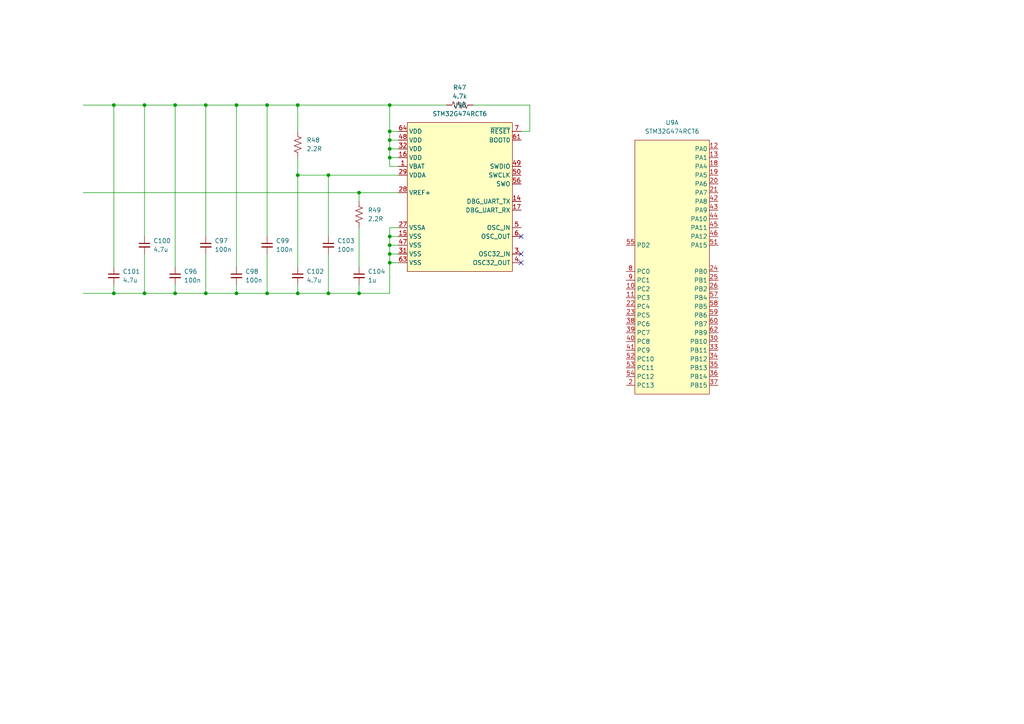
<source format=kicad_sch>
(kicad_sch (version 20230121) (generator eeschema)
  (paper "A4")
  (lib_symbols
    (symbol "Custom-Capacitor:CL10B104KB8NNWC" (pin_numbers hide) (pin_names (offset 0.254) hide)
      (property "Reference" "C" (at 0.254 1.778 0))
      (property "Value" "100n" (at 0.254 -2.032 0))
      (symbol "CL10B104KB8NNWC_0_1"
        (polyline (pts (xy -1.524 -0.508) (xy 1.524 -0.508)) (stroke (width 0.3302)))
        (polyline (pts (xy -1.524 0.508) (xy 1.524 0.508)) (stroke (width 0.3048)))
      )
      (symbol "CL10B104KB8NNWC_1_1"
        (pin passive line (at 0 2.54 270) (length 2.032) (name "~") (number "1"))
        (pin passive line (at 0 -2.54 90) (length 2.032) (name "~") (number "2"))
      )
    )
    (symbol "Custom-Capacitor:CL21A475KLCLQNC" (pin_numbers hide) (pin_names (offset 0.254) hide)
      (property "Reference" "C" (at 0.254 1.778 0))
      (property "Value" "4.7u" (at 0.254 -2.032 0))
      (symbol "CL21A475KLCLQNC_0_1"
        (polyline (pts (xy -1.524 -0.508) (xy 1.524 -0.508)) (stroke (width 0.3302)))
        (polyline (pts (xy -1.524 0.508) (xy 1.524 0.508)) (stroke (width 0.3048)))
      )
      (symbol "CL21A475KLCLQNC_1_1"
        (pin passive line (at 0 2.54 270) (length 2.032) (name "~") (number "1"))
        (pin passive line (at 0 -2.54 90) (length 2.032) (name "~") (number "2"))
      )
    )
    (symbol "Custom-Capacitor:CL21B105KBFNNNG" (pin_numbers hide) (pin_names (offset 0.254) hide)
      (property "Reference" "C" (at 0.254 1.778 0))
      (property "Value" "1u" (at 0.254 -2.032 0))
      (symbol "CL21B105KBFNNNG_0_1"
        (polyline (pts (xy -1.524 -0.508) (xy 1.524 -0.508)) (stroke (width 0.3302)))
        (polyline (pts (xy -1.524 0.508) (xy 1.524 0.508)) (stroke (width 0.3048)))
      )
      (symbol "CL21B105KBFNNNG_1_1"
        (pin passive line (at 0 2.54 270) (length 2.032) (name "~") (number "1"))
        (pin passive line (at 0 -2.54 90) (length 2.032) (name "~") (number "2"))
      )
    )
    (symbol "Custom-Processor:STM32G474RCT6"
      (property "Reference" "U" (at -15.24 22.86 0))
      (property "Value" "STM32G474RCT6" (at -15.24 -22.86 0))
      (symbol "STM32G474RCT6_1_1"
        (rectangle (start -11.43 34.29) (end 10.16 -39.37) (fill (type background)))
        (pin bidirectional line (at -13.97 -8.89 0) (length 2.54) (name "PC2") (number "10"))
        (pin bidirectional line (at -13.97 -11.43 0) (length 2.54) (name "PC3") (number "11"))
        (pin bidirectional line (at 12.7 31.75 180) (length 2.54) (name "PA0") (number "12"))
        (pin bidirectional line (at 12.7 29.21 180) (length 2.54) (name "PA1") (number "13"))
        (pin bidirectional line (at 12.7 26.67 180) (length 2.54) (name "PA4") (number "18"))
        (pin bidirectional line (at 12.7 24.13 180) (length 2.54) (name "PA5") (number "19"))
        (pin bidirectional line (at -13.97 -36.83 0) (length 2.54) (name "PC13") (number "2"))
        (pin bidirectional line (at 12.7 21.59 180) (length 2.54) (name "PA6") (number "20"))
        (pin bidirectional line (at 12.7 19.05 180) (length 2.54) (name "PA7") (number "21"))
        (pin bidirectional line (at -13.97 -13.97 0) (length 2.54) (name "PC4") (number "22"))
        (pin bidirectional line (at -13.97 -16.51 0) (length 2.54) (name "PC5") (number "23"))
        (pin bidirectional line (at 12.7 -3.81 180) (length 2.54) (name "PB0") (number "24"))
        (pin bidirectional line (at 12.7 -6.35 180) (length 2.54) (name "PB1") (number "25"))
        (pin bidirectional line (at 12.7 -8.89 180) (length 2.54) (name "PB2") (number "26"))
        (pin bidirectional line (at 12.7 -24.13 180) (length 2.54) (name "PB10") (number "30"))
        (pin bidirectional line (at 12.7 -26.67 180) (length 2.54) (name "PB11") (number "33"))
        (pin bidirectional line (at 12.7 -29.21 180) (length 2.54) (name "PB12") (number "34"))
        (pin bidirectional line (at 12.7 -31.75 180) (length 2.54) (name "PB13") (number "35"))
        (pin bidirectional line (at 12.7 -34.29 180) (length 2.54) (name "PB14") (number "36"))
        (pin bidirectional line (at 12.7 -36.83 180) (length 2.54) (name "PB15") (number "37"))
        (pin bidirectional line (at -13.97 -19.05 0) (length 2.54) (name "PC6") (number "38"))
        (pin bidirectional line (at -13.97 -21.59 0) (length 2.54) (name "PC7") (number "39"))
        (pin bidirectional line (at -13.97 -24.13 0) (length 2.54) (name "PC8") (number "40"))
        (pin bidirectional line (at -13.97 -26.67 0) (length 2.54) (name "PC9") (number "41"))
        (pin bidirectional line (at 12.7 16.51 180) (length 2.54) (name "PA8") (number "42"))
        (pin bidirectional line (at 12.7 13.97 180) (length 2.54) (name "PA9") (number "43"))
        (pin bidirectional line (at 12.7 11.43 180) (length 2.54) (name "PA10") (number "44"))
        (pin bidirectional line (at 12.7 8.89 180) (length 2.54) (name "PA11") (number "45"))
        (pin bidirectional line (at 12.7 6.35 180) (length 2.54) (name "PA12") (number "46"))
        (pin bidirectional line (at 12.7 3.81 180) (length 2.54) (name "PA15") (number "51"))
        (pin bidirectional line (at -13.97 -29.21 0) (length 2.54) (name "PC10") (number "52"))
        (pin bidirectional line (at -13.97 -31.75 0) (length 2.54) (name "PC11") (number "53"))
        (pin bidirectional line (at -13.97 -34.29 0) (length 2.54) (name "PC12") (number "54"))
        (pin bidirectional line (at -13.97 3.81 0) (length 2.54) (name "PD2") (number "55"))
        (pin bidirectional line (at 12.7 -11.43 180) (length 2.54) (name "PB4") (number "57"))
        (pin bidirectional line (at 12.7 -13.97 180) (length 2.54) (name "PB5") (number "58"))
        (pin bidirectional line (at 12.7 -16.51 180) (length 2.54) (name "PB6") (number "59"))
        (pin bidirectional line (at 12.7 -19.05 180) (length 2.54) (name "PB7") (number "60"))
        (pin bidirectional line (at 12.7 -21.59 180) (length 2.54) (name "PB9") (number "62"))
        (pin bidirectional line (at -13.97 -3.81 0) (length 2.54) (name "PC0") (number "8"))
        (pin bidirectional line (at -13.97 -6.35 0) (length 2.54) (name "PC1") (number "9"))
      )
      (symbol "STM32G474RCT6_2_1"
        (rectangle (start -15.24 21.59) (end 15.24 -21.59) (fill (type background)))
        (pin power_in line (at -17.78 8.89 0) (length 2.54) (name "VBAT") (number "1"))
        (pin output line (at 17.78 -1.27 180) (length 2.54) (name "DBG_UART_TX") (number "14"))
        (pin power_in line (at -17.78 -11.43 0) (length 2.54) (name "VSS") (number "15"))
        (pin power_in line (at -17.78 11.43 0) (length 2.54) (name "VDD") (number "16"))
        (pin input line (at 17.78 -3.81 180) (length 2.54) (name "DBG_UART_RX") (number "17"))
        (pin power_in line (at -17.78 -8.89 0) (length 2.54) (name "VSSA") (number "27"))
        (pin input line (at -17.78 1.27 0) (length 2.54) (name "VREF+") (number "28"))
        (pin power_in line (at -17.78 6.35 0) (length 2.54) (name "VDDA") (number "29"))
        (pin input line (at 17.78 -16.51 180) (length 2.54) (name "OSC32_IN") (number "3"))
        (pin power_in line (at -17.78 -16.51 0) (length 2.54) (name "VSS") (number "31"))
        (pin power_in line (at -17.78 13.97 0) (length 2.54) (name "VDD") (number "32"))
        (pin output line (at 17.78 -19.05 180) (length 2.54) (name "OSC32_OUT") (number "4"))
        (pin power_in line (at -17.78 -13.97 0) (length 2.54) (name "VSS") (number "47"))
        (pin power_in line (at -17.78 16.51 0) (length 2.54) (name "VDD") (number "48"))
        (pin bidirectional line (at 17.78 8.89 180) (length 2.54) (name "SWDIO") (number "49"))
        (pin input line (at 17.78 -8.89 180) (length 2.54) (name "OSC_IN") (number "5"))
        (pin input line (at 17.78 6.35 180) (length 2.54) (name "SWCLK") (number "50"))
        (pin output line (at 17.78 3.81 180) (length 2.54) (name "SWO") (number "56"))
        (pin output line (at 17.78 -11.43 180) (length 2.54) (name "OSC_OUT") (number "6"))
        (pin input line (at 17.78 16.51 180) (length 2.54) (name "BOOT0") (number "61"))
        (pin power_in line (at -17.78 -19.05 0) (length 2.54) (name "VSS") (number "63"))
        (pin power_in line (at -17.78 19.05 0) (length 2.54) (name "VDD") (number "64"))
        (pin bidirectional line (at 17.78 19.05 180) (length 2.54) (name "~{RESET}") (number "7"))
      )
    )
    (symbol "Custom-Resistor:RMCF0603FT4K70" (pin_numbers hide) (pin_names (offset 0))
      (property "Reference" "R" (at 2.54 0 90))
      (property "Value" "4.7k" (at -2.54 0 90))
      (symbol "RMCF0603FT4K70_0_1"
        (polyline (pts (xy 0 -2.286) (xy 0 -2.54)))
        (polyline (pts (xy 0 2.286) (xy 0 2.54)))
        (polyline (pts (xy 0 -0.762) (xy 1.016 -1.143) (xy 0 -1.524) (xy -1.016 -1.905) (xy 0 -2.286)))
        (polyline (pts (xy 0 0.762) (xy 1.016 0.381) (xy 0 0) (xy -1.016 -0.381) (xy 0 -0.762)))
        (polyline (pts (xy 0 2.286) (xy 1.016 1.905) (xy 0 1.524) (xy -1.016 1.143) (xy 0 0.762)))
      )
      (symbol "RMCF0603FT4K70_1_1"
        (pin passive line (at 0 3.81 270) (length 1.27) (name "~") (number "1"))
        (pin passive line (at 0 -3.81 90) (length 1.27) (name "~") (number "2"))
      )
    )
    (symbol "Custom-Resistor:RPC0805JT2R20-UP" (pin_numbers hide) (pin_names (offset 0))
      (property "Reference" "R" (at 2.54 0 90))
      (property "Value" "2.2R" (at -2.54 0 90))
      (symbol "RPC0805JT2R20-UP_0_1"
        (polyline (pts (xy 0 -2.286) (xy 0 -2.54)))
        (polyline (pts (xy 0 2.286) (xy 0 2.54)))
        (polyline (pts (xy 0 -0.762) (xy 1.016 -1.143) (xy 0 -1.524) (xy -1.016 -1.905) (xy 0 -2.286)))
        (polyline (pts (xy 0 0.762) (xy 1.016 0.381) (xy 0 0) (xy -1.016 -0.381) (xy 0 -0.762)))
        (polyline (pts (xy 0 2.286) (xy 1.016 1.905) (xy 0 1.524) (xy -1.016 1.143) (xy 0 0.762)))
      )
      (symbol "RPC0805JT2R20-UP_1_1"
        (pin passive line (at 0 3.81 270) (length 1.27) (name "~") (number "1"))
        (pin passive line (at 0 -3.81 90) (length 1.27) (name "~") (number "2"))
      )
    )
  )
  (junction (at 41.91 85.09))
  (junction (at 86.36 85.09))
  (junction (at 86.36 30.48))
  (junction (at 33.02 85.09))
  (junction (at 50.8 30.48))
  (junction (at 41.91 30.48))
  (junction (at 113.03 30.48))
  (junction (at 113.03 73.66))
  (junction (at 95.25 50.8))
  (junction (at 77.47 30.48))
  (junction (at 59.69 30.48))
  (junction (at 68.58 85.09))
  (junction (at 50.8 85.09))
  (junction (at 86.36 50.8))
  (junction (at 113.03 45.72))
  (junction (at 113.03 71.12))
  (junction (at 68.58 30.48))
  (junction (at 77.47 85.09))
  (junction (at 113.03 40.64))
  (junction (at 95.25 85.09))
  (junction (at 33.02 30.48))
  (junction (at 113.03 76.2))
  (junction (at 113.03 38.1))
  (junction (at 104.14 85.09))
  (junction (at 59.69 85.09))
  (junction (at 113.03 43.18))
  (junction (at 104.14 55.88))
  (junction (at 113.03 68.58))
  (no_connect (at 151.13 68.58))
  (no_connect (at 151.13 76.2))
  (no_connect (at 151.13 73.66))
  (wire (pts (xy 113.03 40.64) (xy 113.03 38.1)))
  (wire (pts (xy 86.36 50.8) (xy 86.36 77.47)))
  (wire (pts (xy 59.69 85.09) (xy 68.58 85.09)))
  (wire (pts (xy 68.58 82.55) (xy 68.58 85.09)))
  (wire (pts (xy 113.03 43.18) (xy 113.03 45.72)))
  (wire (pts (xy 50.8 85.09) (xy 41.91 85.09)))
  (wire (pts (xy 50.8 85.09) (xy 50.8 82.55)))
  (wire (pts (xy 113.03 76.2) (xy 113.03 85.09)))
  (wire (pts (xy 113.03 43.18) (xy 113.03 40.64)))
  (wire (pts (xy 33.02 85.09) (xy 41.91 85.09)))
  (wire (pts (xy 86.36 45.72) (xy 86.36 50.8)))
  (wire (pts (xy 104.14 55.88) (xy 115.57 55.88)))
  (wire (pts (xy 59.69 73.66) (xy 59.69 85.09)))
  (wire (pts (xy 41.91 73.66) (xy 41.91 85.09)))
  (wire (pts (xy 115.57 50.8) (xy 95.25 50.8)))
  (wire (pts (xy 24.13 55.88) (xy 104.14 55.88)))
  (wire (pts (xy 77.47 30.48) (xy 86.36 30.48)))
  (wire (pts (xy 50.8 77.47) (xy 50.8 30.48)))
  (wire (pts (xy 113.03 66.04) (xy 113.03 68.58)))
  (wire (pts (xy 95.25 85.09) (xy 104.14 85.09)))
  (wire (pts (xy 33.02 85.09) (xy 33.02 82.55)))
  (wire (pts (xy 68.58 30.48) (xy 68.58 77.47)))
  (wire (pts (xy 86.36 30.48) (xy 113.03 30.48)))
  (wire (pts (xy 77.47 73.66) (xy 77.47 85.09)))
  (wire (pts (xy 113.03 40.64) (xy 115.57 40.64)))
  (wire (pts (xy 50.8 85.09) (xy 59.69 85.09)))
  (wire (pts (xy 77.47 30.48) (xy 77.47 68.58)))
  (wire (pts (xy 113.03 71.12) (xy 113.03 73.66)))
  (wire (pts (xy 104.14 55.88) (xy 104.14 58.42)))
  (wire (pts (xy 113.03 73.66) (xy 115.57 73.66)))
  (wire (pts (xy 113.03 45.72) (xy 113.03 48.26)))
  (wire (pts (xy 104.14 85.09) (xy 113.03 85.09)))
  (wire (pts (xy 115.57 66.04) (xy 113.03 66.04)))
  (wire (pts (xy 77.47 85.09) (xy 86.36 85.09)))
  (wire (pts (xy 68.58 85.09) (xy 77.47 85.09)))
  (wire (pts (xy 113.03 71.12) (xy 115.57 71.12)))
  (wire (pts (xy 113.03 68.58) (xy 113.03 71.12)))
  (wire (pts (xy 33.02 30.48) (xy 41.91 30.48)))
  (wire (pts (xy 153.67 30.48) (xy 153.67 38.1)))
  (wire (pts (xy 41.91 30.48) (xy 41.91 68.58)))
  (wire (pts (xy 113.03 43.18) (xy 115.57 43.18)))
  (wire (pts (xy 86.36 30.48) (xy 86.36 38.1)))
  (wire (pts (xy 137.16 30.48) (xy 153.67 30.48)))
  (wire (pts (xy 24.13 85.09) (xy 33.02 85.09)))
  (wire (pts (xy 113.03 48.26) (xy 115.57 48.26)))
  (wire (pts (xy 86.36 50.8) (xy 95.25 50.8)))
  (wire (pts (xy 104.14 66.04) (xy 104.14 77.47)))
  (wire (pts (xy 86.36 85.09) (xy 95.25 85.09)))
  (wire (pts (xy 113.03 73.66) (xy 113.03 76.2)))
  (wire (pts (xy 115.57 45.72) (xy 113.03 45.72)))
  (wire (pts (xy 59.69 30.48) (xy 68.58 30.48)))
  (wire (pts (xy 95.25 50.8) (xy 95.25 68.58)))
  (wire (pts (xy 41.91 30.48) (xy 50.8 30.48)))
  (wire (pts (xy 113.03 38.1) (xy 115.57 38.1)))
  (wire (pts (xy 50.8 30.48) (xy 59.69 30.48)))
  (wire (pts (xy 104.14 82.55) (xy 104.14 85.09)))
  (wire (pts (xy 113.03 38.1) (xy 113.03 30.48)))
  (wire (pts (xy 68.58 30.48) (xy 77.47 30.48)))
  (wire (pts (xy 113.03 68.58) (xy 115.57 68.58)))
  (wire (pts (xy 113.03 30.48) (xy 129.54 30.48)))
  (wire (pts (xy 153.67 38.1) (xy 151.13 38.1)))
  (wire (pts (xy 113.03 76.2) (xy 115.57 76.2)))
  (wire (pts (xy 95.25 73.66) (xy 95.25 85.09)))
  (wire (pts (xy 33.02 77.47) (xy 33.02 30.48)))
  (wire (pts (xy 24.13 30.48) (xy 33.02 30.48)))
  (wire (pts (xy 86.36 82.55) (xy 86.36 85.09)))
  (wire (pts (xy 59.69 30.48) (xy 59.69 68.58)))
  (symbol (lib_id "Custom-Capacitor:CL21A475KLCLQNC") (at 86.36 80.01 0) (unit 1)
    (property "Reference" "C102" (at 88.9 78.7463 0) (effects (justify left)))
    (property "Value" "4.7u" (at 88.9 81.2863 0) (effects (justify left)))
    (property "Footprint" "Capacitor_SMD:C_0805_2012Metric_Pad1.18x1.45mm_HandSolder" (effects hide))
    (property "Datasheet" "https://media.digikey.com/pdf/Data%20Sheets/Samsung%20PDFs/CL21A475KLCLQNC_Spec.pdf" (effects hide))
    (property "Manufacturer" "Samsung Electro-Mechanics" (effects hide))
    (property "Part Number" "CL21A475KLCLQNC" (effects hide))
  )
  (symbol (lib_id "Custom-Resistor:RPC0805JT2R20-UP") (at 104.14 62.23 0) (unit 1)
    (property "Reference" "R49" (at 106.68 60.96 0) (effects (justify left)))
    (property "Value" "2.2R" (at 106.68 63.5 0) (effects (justify left)))
    (property "Footprint" "Resistor_SMD:R_0805_2012Metric_Pad1.20x1.40mm_HandSolder" (effects hide))
    (property "Datasheet" "https://www.seielect.com/Catalog/SEI-RPC.pdf" (effects hide))
    (property "Manufacturer" "Stackpole Electronics Inc" (effects hide))
    (property "Part Number" "RMCF0603FT100K" (effects hide))
  )
  (symbol (lib_id "Custom-Capacitor:CL10B104KB8NNWC") (at 68.58 80.01 0) (unit 1)
    (property "Reference" "C98" (at 71.12 78.7463 0) (effects (justify left)))
    (property "Value" "100n" (at 71.12 81.2863 0) (effects (justify left)))
    (property "Footprint" "Capacitor_SMD:C_0603_1608Metric_Pad1.08x0.95mm_HandSolder" (effects hide))
    (property "Datasheet" "https://product.samsungsem.com/mlcc/CL31B106KAHNFN.do" (effects hide))
    (property "Manufacturer" "Samsung Electro-Mechanics" (effects hide))
    (property "Part Number" "CL10B104KB8NNWC" (effects hide))
  )
  (symbol (lib_id "Custom-Capacitor:CL21B105KBFNNNG") (at 104.14 80.01 0) (unit 1)
    (property "Reference" "C104" (at 106.68 78.7463 0) (effects (justify left)))
    (property "Value" "1u" (at 106.68 81.2863 0) (effects (justify left)))
    (property "Footprint" "Capacitor_SMD:C_0805_2012Metric_Pad1.18x1.45mm_HandSolder" (effects hide))
    (property "Datasheet" "https://media.digikey.com/pdf/Data%20Sheets/Samsung%20PDFs/CL21B105KBFNNNG_Spec.pdf" (effects hide))
    (property "Manufacturer" "Samsung Electro-Mechanics" (effects hide))
    (property "Part Number" "CL21B105KBFNNNG" (effects hide))
  )
  (symbol (lib_id "Custom-Resistor:RMCF0603FT4K70") (at 133.35 30.48 90) (unit 1)
    (property "Reference" "R47" (at 133.35 25.4 90))
    (property "Value" "4.7k" (at 133.35 27.94 90))
    (property "Footprint" "Resistor_SMD:R_0603_1608Metric_Pad0.98x0.95mm_HandSolder" (effects hide))
    (property "Datasheet" "https://www.seielect.com/Catalog/SEI-RMCF_RMCP.pdf" (effects hide))
    (property "Manufacturer" "Stackpole Electronics Inc" (effects hide))
    (property "Part Number" "RMCF0603FT4K70" (effects hide))
  )
  (symbol (lib_id "Custom-Capacitor:CL10B104KB8NNWC") (at 95.25 71.12 0) (unit 1)
    (property "Reference" "C103" (at 97.79 69.8563 0) (effects (justify left)))
    (property "Value" "100n" (at 97.79 72.3963 0) (effects (justify left)))
    (property "Footprint" "Capacitor_SMD:C_0603_1608Metric_Pad1.08x0.95mm_HandSolder" (effects hide))
    (property "Datasheet" "https://product.samsungsem.com/mlcc/CL31B106KAHNFN.do" (effects hide))
    (property "Manufacturer" "Samsung Electro-Mechanics" (effects hide))
    (property "Part Number" "CL10B104KB8NNWC" (effects hide))
  )
  (symbol (lib_id "Custom-Capacitor:CL21A475KLCLQNC") (at 33.02 80.01 0) (unit 1)
    (property "Reference" "C101" (at 35.56 78.7463 0) (effects (justify left)))
    (property "Value" "4.7u" (at 35.56 81.2863 0) (effects (justify left)))
    (property "Footprint" "Capacitor_SMD:C_0805_2012Metric_Pad1.18x1.45mm_HandSolder" (effects hide))
    (property "Datasheet" "https://media.digikey.com/pdf/Data%20Sheets/Samsung%20PDFs/CL21A475KLCLQNC_Spec.pdf" (effects hide))
    (property "Manufacturer" "Samsung Electro-Mechanics" (effects hide))
    (property "Part Number" "CL21A475KLCLQNC" (effects hide))
  )
  (symbol (lib_id "Custom-Capacitor:CL21A475KLCLQNC") (at 41.91 71.12 0) (unit 1)
    (property "Reference" "C100" (at 44.45 69.8563 0) (effects (justify left)))
    (property "Value" "4.7u" (at 44.45 72.3963 0) (effects (justify left)))
    (property "Footprint" "Capacitor_SMD:C_0805_2012Metric_Pad1.18x1.45mm_HandSolder" (effects hide))
    (property "Datasheet" "https://media.digikey.com/pdf/Data%20Sheets/Samsung%20PDFs/CL21A475KLCLQNC_Spec.pdf" (effects hide))
    (property "Manufacturer" "Samsung Electro-Mechanics" (effects hide))
    (property "Part Number" "CL21A475KLCLQNC" (effects hide))
  )
  (symbol (lib_id "Custom-Resistor:RPC0805JT2R20-UP") (at 86.36 41.91 0) (unit 1)
    (property "Reference" "R48" (at 88.9 40.64 0) (effects (justify left)))
    (property "Value" "2.2R" (at 88.9 43.18 0) (effects (justify left)))
    (property "Footprint" "Resistor_SMD:R_0805_2012Metric_Pad1.20x1.40mm_HandSolder" (effects hide))
    (property "Datasheet" "https://www.seielect.com/Catalog/SEI-RPC.pdf" (effects hide))
    (property "Manufacturer" "Stackpole Electronics Inc" (effects hide))
    (property "Part Number" "RMCF0603FT100K" (effects hide))
  )
  (symbol (lib_id "Custom-Processor:STM32G474RCT6") (at 195.58 74.93 0) (unit 1)
    (property "Reference" "U9" (at 194.945 35.56 0))
    (property "Value" "STM32G474RCT6" (at 194.945 38.1 0))
    (property "Footprint" "Package_QFP:LQFP-64_10x10mm_P0.5mm" (effects hide))
    (property "Datasheet" "https://www.st.com/resource/en/datasheet/stm32g474rc.pdf" (effects hide))
    (property "Manufacturer" "STMicroelectronics" (effects hide))
    (property "Part Number" "STM32G474RCT6" (effects hide))
  )
  (symbol (lib_id "Custom-Capacitor:CL10B104KB8NNWC") (at 50.8 80.01 0) (unit 1)
    (property "Reference" "C96" (at 53.34 78.7463 0) (effects (justify left)))
    (property "Value" "100n" (at 53.34 81.2863 0) (effects (justify left)))
    (property "Footprint" "Capacitor_SMD:C_0603_1608Metric_Pad1.08x0.95mm_HandSolder" (effects hide))
    (property "Datasheet" "https://product.samsungsem.com/mlcc/CL31B106KAHNFN.do" (effects hide))
    (property "Manufacturer" "Samsung Electro-Mechanics" (effects hide))
    (property "Part Number" "CL10B104KB8NNWC" (effects hide))
  )
  (symbol (lib_id "Custom-Processor:STM32G474RCT6") (at 133.35 57.15 0) (unit 2)
    (property "Reference" "U9" (at 133.35 30.48 0))
    (property "Value" "STM32G474RCT6" (at 133.35 33.02 0))
    (property "Footprint" "Package_QFP:LQFP-64_10x10mm_P0.5mm" (effects hide))
    (property "Datasheet" "https://www.st.com/resource/en/datasheet/stm32g474rc.pdf" (effects hide))
    (property "Manufacturer" "STMicroelectronics" (effects hide))
    (property "Part Number" "STM32G474RCT6" (effects hide))
  )
  (symbol (lib_id "Custom-Capacitor:CL10B104KB8NNWC") (at 59.69 71.12 0) (unit 1)
    (property "Reference" "C97" (at 62.23 69.8563 0) (effects (justify left)))
    (property "Value" "100n" (at 62.23 72.3963 0) (effects (justify left)))
    (property "Footprint" "Capacitor_SMD:C_0603_1608Metric_Pad1.08x0.95mm_HandSolder" (effects hide))
    (property "Datasheet" "https://product.samsungsem.com/mlcc/CL31B106KAHNFN.do" (effects hide))
    (property "Manufacturer" "Samsung Electro-Mechanics" (effects hide))
    (property "Part Number" "CL10B104KB8NNWC" (effects hide))
  )
  (symbol (lib_id "Custom-Capacitor:CL10B104KB8NNWC") (at 77.47 71.12 0) (unit 1)
    (property "Reference" "C99" (at 80.01 69.8563 0) (effects (justify left)))
    (property "Value" "100n" (at 80.01 72.3963 0) (effects (justify left)))
    (property "Footprint" "Capacitor_SMD:C_0603_1608Metric_Pad1.08x0.95mm_HandSolder" (effects hide))
    (property "Datasheet" "https://product.samsungsem.com/mlcc/CL31B106KAHNFN.do" (effects hide))
    (property "Manufacturer" "Samsung Electro-Mechanics" (effects hide))
    (property "Part Number" "CL10B104KB8NNWC" (effects hide))
  )
)
</source>
